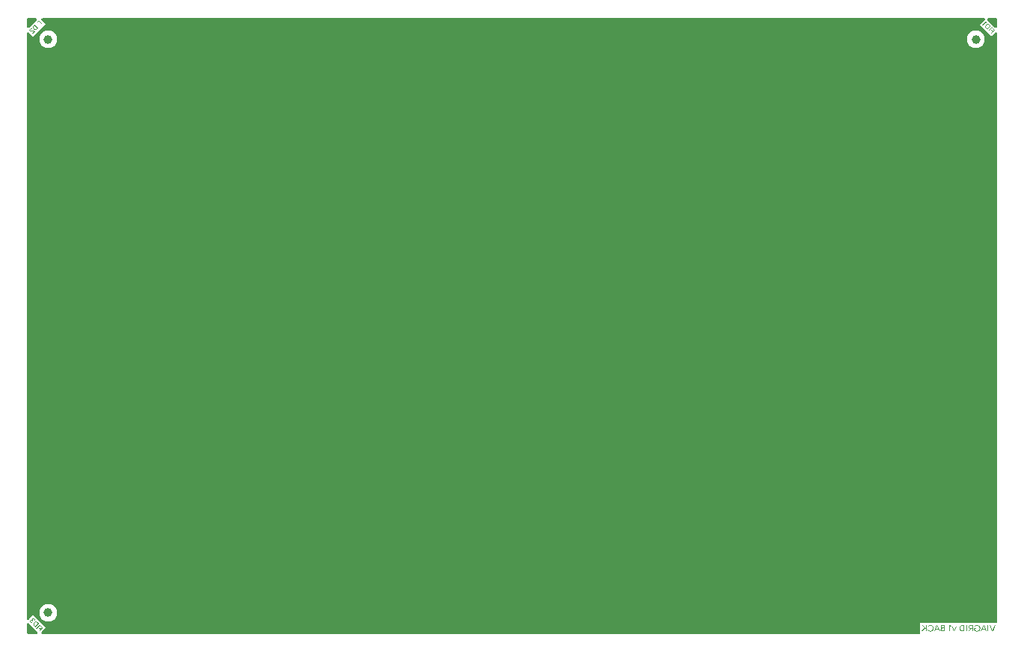
<source format=gbr>
%TF.GenerationSoftware,KiCad,Pcbnew,9.0.1*%
%TF.CreationDate,2025-08-14T13:28:43-04:00*%
%TF.ProjectId,viagrid,76696167-7269-4642-9e6b-696361645f70,rev?*%
%TF.SameCoordinates,Original*%
%TF.FileFunction,Copper,L2,Bot*%
%TF.FilePolarity,Positive*%
%FSLAX46Y46*%
G04 Gerber Fmt 4.6, Leading zero omitted, Abs format (unit mm)*
G04 Created by KiCad (PCBNEW 9.0.1) date 2025-08-14 13:28:43*
%MOMM*%
%LPD*%
G01*
G04 APERTURE LIST*
%ADD10C,0.150000*%
%ADD11C,0.125000*%
%TA.AperFunction,SMDPad,CuDef*%
%ADD12C,1.000000*%
%TD*%
%TA.AperFunction,ViaPad*%
%ADD13C,0.600000*%
%TD*%
G04 APERTURE END LIST*
D10*
G36*
X1519252Y374997D02*
G01*
X1935041Y790786D01*
X1683210Y1042617D01*
X1629740Y989148D01*
X1823360Y795527D01*
X1692691Y664858D01*
X1524018Y833531D01*
X1470548Y780061D01*
X1639222Y611388D01*
X1461041Y433208D01*
X1519252Y374997D01*
G37*
G36*
X1195117Y699131D02*
G01*
X1610906Y1114921D01*
X1552696Y1173131D01*
X1136907Y757342D01*
X1195117Y699131D01*
G37*
G36*
X1187009Y1485919D02*
G01*
X1233148Y1468789D01*
X1276945Y1442755D01*
X1318896Y1406932D01*
X1447181Y1278646D01*
X1031392Y862857D01*
X903106Y991142D01*
X867329Y1033109D01*
X841388Y1076997D01*
X824404Y1123314D01*
X815989Y1171914D01*
X816196Y1192483D01*
X899531Y1192483D01*
X902301Y1152267D01*
X912899Y1113781D01*
X931232Y1078159D01*
X957742Y1045778D01*
X1027817Y975702D01*
X1334310Y1282195D01*
X1264234Y1352270D01*
X1231853Y1378780D01*
X1196231Y1397113D01*
X1157763Y1407723D01*
X1117529Y1410481D01*
X1077231Y1405389D01*
X1037636Y1392347D01*
X1000724Y1371860D01*
X966653Y1343384D01*
X938174Y1309311D01*
X917665Y1272376D01*
X904623Y1232781D01*
X899531Y1192483D01*
X816196Y1192483D01*
X816475Y1220260D01*
X825907Y1269112D01*
X843784Y1315623D01*
X870603Y1360016D01*
X907277Y1402761D01*
X950414Y1439807D01*
X994997Y1466798D01*
X1041496Y1484701D01*
X1090356Y1494116D01*
X1138603Y1494502D01*
X1187009Y1485919D01*
G37*
G36*
X505244Y1374756D02*
G01*
X538809Y1346115D01*
X572962Y1326053D01*
X608859Y1313158D01*
X643037Y1308256D01*
X676593Y1309944D01*
X706585Y1317142D01*
X679254Y1390792D01*
X645706Y1386932D01*
X626217Y1387683D01*
X604438Y1393176D01*
X583263Y1403932D01*
X560475Y1422890D01*
X538948Y1449540D01*
X526583Y1476307D01*
X522161Y1503949D01*
X525262Y1531732D01*
X535648Y1556886D01*
X553921Y1580268D01*
X571255Y1594540D01*
X589262Y1603768D01*
X608298Y1608479D01*
X628012Y1608872D01*
X649223Y1604907D01*
X672441Y1595993D01*
X705711Y1575730D01*
X742801Y1543455D01*
X757671Y1528585D01*
X801633Y1572548D01*
X787955Y1586226D01*
X749843Y1620043D01*
X711636Y1645913D01*
X671428Y1665131D01*
X632027Y1676197D01*
X592538Y1679234D01*
X555735Y1673529D01*
X532659Y1664804D01*
X510754Y1651684D01*
X489778Y1633737D01*
X467980Y1607613D01*
X452938Y1580031D01*
X444054Y1550554D01*
X440921Y1519804D01*
X443354Y1489176D01*
X451489Y1458199D01*
X464538Y1428809D01*
X482330Y1401069D01*
X505244Y1374756D01*
G37*
G36*
X764795Y1535710D02*
G01*
X806970Y1577884D01*
X792100Y1592754D01*
X762037Y1627102D01*
X742984Y1657719D01*
X732724Y1685394D01*
X730189Y1713709D01*
X736680Y1737933D01*
X752334Y1759666D01*
X771101Y1773790D01*
X792722Y1781608D01*
X816032Y1783265D01*
X840829Y1778629D01*
X864578Y1767598D01*
X888340Y1748371D01*
X901270Y1733207D01*
X911500Y1716299D01*
X918845Y1697971D01*
X923080Y1678555D01*
X923766Y1658470D01*
X920412Y1636717D01*
X991083Y1609982D01*
X999259Y1642503D01*
X999994Y1675886D01*
X993848Y1709193D01*
X981005Y1742438D01*
X962304Y1773552D01*
X937639Y1802436D01*
X911363Y1825375D01*
X884511Y1842598D01*
X856864Y1854663D01*
X827708Y1862100D01*
X799442Y1864308D01*
X771634Y1861502D01*
X744964Y1853598D01*
X720651Y1840560D01*
X698269Y1822021D01*
X682291Y1803092D01*
X670942Y1783182D01*
X663814Y1762023D01*
X660170Y1728349D01*
X664695Y1692233D01*
X676476Y1656316D01*
X695575Y1619178D01*
X720356Y1583811D01*
X751713Y1548792D01*
X764795Y1535710D01*
G37*
G36*
X1875001Y69269250D02*
G01*
X1459212Y69685039D01*
X1207381Y69433208D01*
X1260850Y69379738D01*
X1454471Y69573358D01*
X1585140Y69442689D01*
X1416467Y69274016D01*
X1469937Y69220546D01*
X1638610Y69389220D01*
X1816790Y69211039D01*
X1875001Y69269250D01*
G37*
G36*
X1550867Y68945115D02*
G01*
X1135077Y69360904D01*
X1076867Y69302694D01*
X1492656Y68886905D01*
X1550867Y68945115D01*
G37*
G36*
X1387141Y68781390D02*
G01*
X1258856Y68653104D01*
X1216889Y68617327D01*
X1173001Y68591386D01*
X1126684Y68574402D01*
X1078084Y68565987D01*
X1029738Y68566473D01*
X980886Y68575905D01*
X934375Y68593782D01*
X889982Y68620601D01*
X847237Y68657275D01*
X810191Y68700412D01*
X783200Y68744995D01*
X765297Y68791494D01*
X755882Y68840354D01*
X755665Y68867527D01*
X839517Y68867527D01*
X844609Y68827229D01*
X857651Y68787634D01*
X878138Y68750722D01*
X906614Y68716651D01*
X940687Y68688172D01*
X977622Y68667663D01*
X1017217Y68654621D01*
X1057515Y68649529D01*
X1097731Y68652299D01*
X1136217Y68662897D01*
X1171839Y68681230D01*
X1204220Y68707740D01*
X1274296Y68777815D01*
X967803Y69084308D01*
X897728Y69014232D01*
X871218Y68981851D01*
X852885Y68946229D01*
X842275Y68907761D01*
X839517Y68867527D01*
X755665Y68867527D01*
X755496Y68888601D01*
X764079Y68937007D01*
X781209Y68983146D01*
X807243Y69026943D01*
X843066Y69068894D01*
X971352Y69197179D01*
X1387141Y68781390D01*
G37*
G36*
X996403Y68390652D02*
G01*
X949488Y68437568D01*
X929025Y68453903D01*
X902572Y68467282D01*
X872858Y68476406D01*
X838118Y68481841D01*
X801787Y68482814D01*
X762991Y68479147D01*
X623411Y68458370D01*
X598924Y68455690D01*
X574086Y68455987D01*
X549763Y68459314D01*
X527792Y68465494D01*
X507912Y68475015D01*
X492120Y68487488D01*
X476273Y68508128D01*
X466913Y68531710D01*
X464213Y68557047D01*
X468675Y68583366D01*
X480229Y68608524D01*
X500435Y68633571D01*
X524290Y68652925D01*
X548594Y68664477D01*
X574251Y68669990D01*
X599655Y68669840D01*
X624221Y68664709D01*
X645949Y68655565D01*
X694678Y68726832D01*
X658965Y68743494D01*
X618048Y68752376D01*
X589711Y68753343D01*
X560812Y68749952D01*
X531030Y68741987D01*
X502808Y68729701D01*
X475655Y68712348D01*
X449349Y68689424D01*
X423068Y68659385D01*
X403960Y68629583D01*
X391165Y68599738D01*
X383665Y68568249D01*
X382056Y68537826D01*
X386113Y68507954D01*
X395691Y68479420D01*
X410857Y68452721D01*
X432122Y68427490D01*
X456634Y68407152D01*
X483896Y68392281D01*
X514399Y68382621D01*
X546412Y68377833D01*
X582914Y68376773D01*
X624576Y68379953D01*
X754650Y68398372D01*
X792290Y68401133D01*
X823870Y68398683D01*
X852823Y68390476D01*
X877599Y68376404D01*
X675067Y68173872D01*
X727345Y68121594D01*
X996403Y68390652D01*
G37*
G36*
X109269251Y68124997D02*
G01*
X109685040Y68540786D01*
X109433209Y68792617D01*
X109379739Y68739148D01*
X109573359Y68545527D01*
X109442690Y68414858D01*
X109274017Y68583531D01*
X109220547Y68530061D01*
X109389221Y68361388D01*
X109211040Y68183208D01*
X109269251Y68124997D01*
G37*
G36*
X108945116Y68449131D02*
G01*
X109360905Y68864921D01*
X109302695Y68923131D01*
X108886906Y68507342D01*
X108945116Y68449131D01*
G37*
G36*
X108937008Y69235919D02*
G01*
X108983147Y69218789D01*
X109026944Y69192755D01*
X109068895Y69156932D01*
X109197180Y69028646D01*
X108781391Y68612857D01*
X108653105Y68741142D01*
X108617328Y68783109D01*
X108591387Y68826997D01*
X108574403Y68873314D01*
X108565988Y68921914D01*
X108566195Y68942483D01*
X108649530Y68942483D01*
X108652300Y68902267D01*
X108662898Y68863781D01*
X108681231Y68828159D01*
X108707741Y68795778D01*
X108777816Y68725702D01*
X109084309Y69032195D01*
X109014233Y69102270D01*
X108981852Y69128780D01*
X108946230Y69147113D01*
X108907762Y69157723D01*
X108867528Y69160481D01*
X108827230Y69155389D01*
X108787635Y69142347D01*
X108750723Y69121860D01*
X108716652Y69093384D01*
X108688173Y69059311D01*
X108667664Y69022376D01*
X108654622Y68982781D01*
X108649530Y68942483D01*
X108566195Y68942483D01*
X108566474Y68970260D01*
X108575906Y69019112D01*
X108593783Y69065623D01*
X108620602Y69110016D01*
X108657276Y69152761D01*
X108700413Y69189807D01*
X108744996Y69216798D01*
X108791495Y69234701D01*
X108840355Y69244116D01*
X108888602Y69244502D01*
X108937008Y69235919D01*
G37*
G36*
X108298584Y69095664D02*
G01*
X108682871Y69479952D01*
X108709036Y69516790D01*
X108657354Y69568472D01*
X108241565Y69152683D01*
X108298584Y69095664D01*
G37*
G36*
X108692975Y69305916D02*
G01*
X108745848Y69358790D01*
X108734059Y69373709D01*
X108723595Y69397675D01*
X108716348Y69424975D01*
X108711394Y69456196D01*
X108709155Y69487917D01*
X108709632Y69517386D01*
X108634168Y69514407D01*
X108634491Y69473167D01*
X108637743Y69433632D01*
X108644611Y69395499D01*
X108655256Y69361458D01*
X108671187Y69330914D01*
X108692975Y69305916D01*
G37*
D11*
G36*
X109427324Y377499D02*
G01*
X109125806Y1115448D01*
X109029178Y1115448D01*
X109334909Y377499D01*
X109427324Y377499D01*
G37*
G36*
X109435567Y377499D02*
G01*
X109741298Y1115448D01*
X109644624Y1115448D01*
X109344205Y377499D01*
X109435567Y377499D01*
G37*
G36*
X108924764Y377499D02*
G01*
X108924764Y1115448D01*
X108832578Y1115448D01*
X108832578Y377499D01*
X108924764Y377499D01*
G37*
G36*
X108130761Y377499D02*
G01*
X108426921Y1115448D01*
X108334551Y1115448D01*
X108034087Y377499D01*
X108130761Y377499D01*
G37*
G36*
X108729400Y377499D02*
G01*
X108428936Y1115448D01*
X108335467Y1115448D01*
X108631673Y377499D01*
X108729400Y377499D01*
G37*
G36*
X108586885Y586464D02*
G01*
X108586885Y669170D01*
X108175503Y669170D01*
X108175503Y586464D01*
X108586885Y586464D01*
G37*
G36*
X107621789Y364905D02*
G01*
X107677960Y368138D01*
X107729488Y377541D01*
X107776979Y392823D01*
X107820954Y413906D01*
X107874576Y450836D01*
X107919491Y495595D01*
X107956417Y548865D01*
X107977548Y592600D01*
X107992825Y639593D01*
X108002201Y690341D01*
X108005419Y745420D01*
X108002179Y801606D01*
X107992767Y853038D01*
X107977484Y900337D01*
X107956417Y944035D01*
X107919491Y997305D01*
X107874576Y1042065D01*
X107820954Y1078994D01*
X107776977Y1100098D01*
X107729486Y1115394D01*
X107677958Y1124805D01*
X107621789Y1128042D01*
X107563566Y1123167D01*
X107506888Y1108533D01*
X107453158Y1085361D01*
X107404581Y1055272D01*
X107362118Y1018488D01*
X107328881Y977054D01*
X107401696Y927091D01*
X107426530Y959437D01*
X107458849Y988365D01*
X107496004Y1011950D01*
X107536656Y1029581D01*
X107579294Y1040610D01*
X107621789Y1044236D01*
X107677173Y1039829D01*
X107726993Y1027044D01*
X107772228Y1006134D01*
X107813008Y977501D01*
X107847309Y942702D01*
X107875634Y901170D01*
X107896151Y855239D01*
X107908827Y803694D01*
X107913232Y745420D01*
X107908948Y689231D01*
X107896509Y638493D01*
X107876184Y592280D01*
X107848116Y550446D01*
X107813826Y515295D01*
X107772777Y486263D01*
X107727160Y465023D01*
X107677152Y452067D01*
X107621789Y447611D01*
X107575166Y451075D01*
X107533487Y461080D01*
X107495943Y477333D01*
X107461868Y499859D01*
X107433349Y527207D01*
X107409894Y559765D01*
X107392770Y596076D01*
X107382228Y636757D01*
X107378569Y682726D01*
X107290596Y689229D01*
X107295573Y624631D01*
X107309829Y568133D01*
X107332820Y518366D01*
X107364565Y473718D01*
X107403366Y436271D01*
X107449919Y405480D01*
X107501239Y383287D01*
X107558163Y369630D01*
X107621789Y364905D01*
G37*
G36*
X107559187Y675719D02*
G01*
X107559187Y755266D01*
X107290596Y755266D01*
X107290596Y683275D01*
X107333919Y675719D01*
X107559187Y675719D01*
G37*
G36*
X107158155Y377499D02*
G01*
X107065969Y377499D01*
X107065969Y666239D01*
X106928811Y666239D01*
X106912465Y667387D01*
X106742744Y377499D01*
X106641719Y377499D01*
X106822245Y685513D01*
X106797928Y695274D01*
X106761487Y717351D01*
X106731070Y743863D01*
X106706062Y775050D01*
X106687394Y810196D01*
X106676094Y848686D01*
X106672219Y891370D01*
X106764405Y891370D01*
X106769321Y852651D01*
X106783640Y819151D01*
X106805908Y790758D01*
X106834015Y769279D01*
X106866883Y755745D01*
X106904677Y751098D01*
X107065969Y751098D01*
X107065969Y1031642D01*
X106919378Y1031642D01*
X106875045Y1027013D01*
X106838308Y1013908D01*
X106807545Y992670D01*
X106783688Y964292D01*
X106769381Y931033D01*
X106764405Y891370D01*
X106672219Y891370D01*
X106675814Y934136D01*
X106686260Y972613D01*
X106703406Y1007599D01*
X106726766Y1038817D01*
X106755452Y1065137D01*
X106790051Y1086871D01*
X106827980Y1102478D01*
X106870125Y1112110D01*
X106917271Y1115448D01*
X107158155Y1115448D01*
X107158155Y377499D01*
G37*
G36*
X106500898Y377499D02*
G01*
X106500898Y1115448D01*
X106408712Y1115448D01*
X106408712Y377499D01*
X106500898Y377499D01*
G37*
G36*
X106216599Y377499D02*
G01*
X105991468Y377499D01*
X105923210Y383009D01*
X105862323Y398946D01*
X105807508Y424943D01*
X105758275Y460535D01*
X105716803Y503863D01*
X105682532Y555689D01*
X105657717Y612790D01*
X105642466Y675984D01*
X105637194Y746473D01*
X105729381Y746473D01*
X105734539Y689300D01*
X105749760Y636197D01*
X105774176Y587296D01*
X105806180Y544790D01*
X105845111Y509526D01*
X105889161Y483698D01*
X105937799Y467749D01*
X105991468Y462312D01*
X106124413Y462312D01*
X106124413Y1030589D01*
X105991468Y1030589D01*
X105937799Y1025151D01*
X105889161Y1009202D01*
X105845111Y983375D01*
X105806180Y948111D01*
X105774181Y905635D01*
X105749760Y856703D01*
X105734540Y803640D01*
X105729381Y746473D01*
X105637194Y746473D01*
X105642482Y817638D01*
X105657749Y881152D01*
X105682532Y938265D01*
X105716827Y990084D01*
X105758298Y1033236D01*
X105807508Y1068507D01*
X105862294Y1094217D01*
X105923183Y1109992D01*
X105991468Y1115448D01*
X106216599Y1115448D01*
X106216599Y377499D01*
G37*
G36*
X105100425Y377499D02*
G01*
X104885048Y905429D01*
X104793640Y905429D01*
X105014329Y377499D01*
X105100425Y377499D01*
G37*
G36*
X105104455Y377499D02*
G01*
X105325143Y905429D01*
X105234789Y905429D01*
X105019367Y377499D01*
X105104455Y377499D01*
G37*
G36*
X104560129Y377499D02*
G01*
X104560129Y1066813D01*
X104552527Y1115448D01*
X104470049Y1115448D01*
X104470049Y377499D01*
X104560129Y377499D01*
G37*
G36*
X104724947Y923564D02*
G01*
X104724947Y1007370D01*
X104701346Y1010063D01*
X104671550Y1021842D01*
X104641539Y1039367D01*
X104608901Y1062600D01*
X104577991Y1088797D01*
X104551290Y1116180D01*
X104494687Y1054128D01*
X104531251Y1018018D01*
X104568235Y986762D01*
X104607003Y959957D01*
X104645263Y939868D01*
X104684998Y927038D01*
X104724947Y923564D01*
G37*
G36*
X103998630Y377499D02*
G01*
X103734665Y377499D01*
X103686588Y380365D01*
X103645229Y388471D01*
X103609597Y401266D01*
X103576878Y419816D01*
X103550135Y442664D01*
X103528676Y470051D01*
X103513169Y501232D01*
X103503500Y537360D01*
X103500100Y579503D01*
X103500379Y582662D01*
X103592286Y582662D01*
X103596852Y546435D01*
X103609813Y517055D01*
X103631212Y492903D01*
X103658901Y475465D01*
X103694092Y464306D01*
X103738832Y460251D01*
X103907497Y460251D01*
X103907497Y713500D01*
X103761959Y713500D01*
X103709385Y709112D01*
X103668548Y697142D01*
X103636937Y678696D01*
X103612250Y652730D01*
X103597465Y621302D01*
X103592286Y582662D01*
X103500379Y582662D01*
X103503627Y619480D01*
X103513769Y654427D01*
X103530279Y685290D01*
X103552581Y712524D01*
X103579900Y735681D01*
X103612848Y754945D01*
X103586682Y772912D01*
X103564679Y794406D01*
X103546491Y819700D01*
X103533155Y847810D01*
X103524964Y879164D01*
X103522127Y914451D01*
X103614314Y914451D01*
X103618429Y877842D01*
X103629944Y848653D01*
X103648523Y825196D01*
X103673143Y807910D01*
X103704059Y797018D01*
X103743045Y793093D01*
X103907497Y793093D01*
X103907497Y1036908D01*
X103767179Y1036908D01*
X103719465Y1032906D01*
X103682621Y1022014D01*
X103654293Y1005264D01*
X103632413Y981612D01*
X103619063Y951969D01*
X103614314Y914451D01*
X103522127Y914451D01*
X103525649Y956589D01*
X103535677Y992725D01*
X103551803Y1023948D01*
X103573975Y1051259D01*
X103601571Y1073931D01*
X103635334Y1092184D01*
X103671963Y1104665D01*
X103714866Y1112621D01*
X103765119Y1115448D01*
X103998630Y1115448D01*
X103998630Y377499D01*
G37*
G36*
X102847788Y377499D02*
G01*
X103143948Y1115448D01*
X103051578Y1115448D01*
X102751114Y377499D01*
X102847788Y377499D01*
G37*
G36*
X103446427Y377499D02*
G01*
X103145963Y1115448D01*
X103052494Y1115448D01*
X103348700Y377499D01*
X103446427Y377499D01*
G37*
G36*
X103303912Y586464D02*
G01*
X103303912Y669170D01*
X102892530Y669170D01*
X102892530Y586464D01*
X103303912Y586464D01*
G37*
G36*
X102358967Y364905D02*
G01*
X102411366Y368118D01*
X102459558Y377480D01*
X102504131Y392747D01*
X102545584Y413906D01*
X102595745Y450611D01*
X102638093Y495329D01*
X102673170Y548865D01*
X102698502Y607743D01*
X102714109Y673187D01*
X102719515Y746473D01*
X102714165Y819754D01*
X102698723Y885186D01*
X102673674Y944035D01*
X102638951Y997591D01*
X102596966Y1042304D01*
X102547186Y1078994D01*
X102505967Y1100194D01*
X102461726Y1115473D01*
X102413972Y1124832D01*
X102362127Y1128042D01*
X102318273Y1125388D01*
X102275851Y1117489D01*
X102234540Y1104319D01*
X102176467Y1075788D01*
X102124906Y1037870D01*
X102094802Y1007643D01*
X102069721Y974438D01*
X102049389Y937990D01*
X102128661Y897782D01*
X102153990Y939854D01*
X102186684Y975313D01*
X102225357Y1004185D01*
X102268154Y1025963D01*
X102314013Y1039653D01*
X102362127Y1044236D01*
X102411819Y1039889D01*
X102457103Y1027173D01*
X102498872Y1006134D01*
X102536099Y977726D01*
X102567487Y942973D01*
X102593394Y901170D01*
X102611879Y855458D01*
X102623341Y804226D01*
X102627329Y746473D01*
X102623299Y688742D01*
X102611671Y637126D01*
X102592844Y590677D01*
X102566556Y548248D01*
X102534828Y513160D01*
X102497315Y484660D01*
X102455210Y463645D01*
X102409398Y450917D01*
X102358967Y446558D01*
X102310077Y451673D01*
X102263987Y466937D01*
X102221451Y491009D01*
X102183112Y522808D01*
X102150782Y561153D01*
X102125501Y605652D01*
X102045176Y565489D01*
X102066083Y527497D01*
X102091356Y492699D01*
X102121196Y460846D01*
X102154671Y432857D01*
X102191123Y409352D01*
X102230831Y390184D01*
X102272563Y376119D01*
X102315161Y367718D01*
X102358967Y364905D01*
G37*
G36*
X101850316Y628412D02*
G01*
X101888326Y712126D01*
X101500850Y1115448D01*
X101385491Y1115448D01*
X101850316Y628412D01*
G37*
G36*
X101913285Y377499D02*
G01*
X101913285Y1115448D01*
X101825311Y1115448D01*
X101825311Y377499D01*
X101913285Y377499D01*
G37*
G36*
X101484089Y377499D02*
G01*
X101786706Y752884D01*
X101726851Y811594D01*
X101372165Y377499D01*
X101484089Y377499D01*
G37*
D12*
%TO.P,REF\u002A\u002A,*%
%TO.N,*%
X107500000Y67500000D03*
%TD*%
%TO.P,REF\u002A\u002A,*%
%TO.N,*%
X2500000Y67500000D03*
%TD*%
%TO.P,REF\u002A\u002A,*%
%TO.N,*%
X2500000Y2499999D03*
%TD*%
D13*
%TO.N,GND*%
X54250000Y4250000D03*
X35750000Y64250000D03*
X45750000Y44250000D03*
X104250000Y45750000D03*
X25750000Y65750000D03*
X25000000Y65000000D03*
X104250000Y64250001D03*
X40750000Y64250000D03*
X49250000Y5750000D03*
X25750000Y5750000D03*
X35750000Y5750000D03*
X44250000Y5750000D03*
X104250000Y44250000D03*
X10750000Y65750000D03*
X65750000Y5750000D03*
X65750000Y64250000D03*
X105750000Y25750000D03*
X104249999Y29250000D03*
X64250000Y64250000D03*
X80750000Y64250000D03*
X105000000Y65000000D03*
X39250000Y65750000D03*
X40000000Y65000000D03*
X65750000Y65750000D03*
X99250000Y65750000D03*
X104250000Y60750000D03*
X9250000Y5750000D03*
X90750000Y5750000D03*
X35000000Y65000000D03*
X24250000Y65750000D03*
X4250000Y65750000D03*
X24250000Y45750000D03*
X105000000Y20000000D03*
X89250000Y5750000D03*
X50750000Y4250000D03*
X55750000Y65750000D03*
X75750000Y5750000D03*
X5750000Y4250000D03*
X84250000Y25750000D03*
X50750000Y65750000D03*
X10000000Y5000000D03*
X20000000Y5000000D03*
X45750000Y65750000D03*
X84250000Y5750000D03*
X55000000Y5000000D03*
X30750000Y64250000D03*
X99250000Y64250000D03*
X19250000Y64250000D03*
X4250000Y4250000D03*
X64250000Y25750000D03*
X5750000Y64250000D03*
X35750000Y4250000D03*
X5750000Y65750000D03*
X95750000Y65750000D03*
X104250000Y59250001D03*
X89250000Y65750000D03*
X64250000Y24250000D03*
X104250000Y49250000D03*
X24250000Y64250000D03*
X45000000Y25000000D03*
X59250000Y4250000D03*
X79250000Y64250000D03*
X45000000Y45000000D03*
X10750000Y5750000D03*
X105750001Y40750000D03*
X100000000Y5000000D03*
X104250000Y10750000D03*
X80000000Y5000000D03*
X74250000Y64250000D03*
X75750000Y4250000D03*
X45750000Y45750000D03*
X104250000Y54250000D03*
X65750000Y4250000D03*
X104249999Y34250000D03*
X39250000Y5750000D03*
X29250000Y5750000D03*
X50000000Y5000000D03*
X105750000Y14250000D03*
X60000000Y5000000D03*
X90750000Y4250000D03*
X105000000Y45000000D03*
X25750000Y25750000D03*
X14250000Y64250000D03*
X39250000Y64250000D03*
X84250000Y64250000D03*
X14250000Y5750000D03*
X75750000Y65750000D03*
X65000000Y5000000D03*
X39250000Y4250000D03*
X70750000Y4250000D03*
X90000000Y5000000D03*
X54250000Y65750000D03*
X35750000Y65750000D03*
X64250000Y5750000D03*
X100750000Y64250000D03*
X95750000Y64250000D03*
X69250000Y5750000D03*
X105000000Y50000000D03*
X34250000Y4250000D03*
X40000000Y5000000D03*
X24250000Y4250000D03*
X5750000Y44250000D03*
X64250000Y45750000D03*
X100000000Y65000000D03*
X105750000Y24250001D03*
X15750000Y64250000D03*
X50750000Y5750000D03*
X100750000Y65750000D03*
X85000000Y45000000D03*
X25750000Y4250000D03*
X50000000Y65000000D03*
X5750000Y5750000D03*
X4250000Y5750000D03*
X100750000Y4250000D03*
X85000000Y65000000D03*
X85750000Y64250000D03*
X55750000Y5750000D03*
X59250000Y64250000D03*
X54250000Y5750000D03*
X85750000Y5750000D03*
X4250000Y45750000D03*
X79250000Y4250000D03*
X24250000Y44250000D03*
X55750000Y64250000D03*
X15750000Y5750000D03*
X30000000Y65000000D03*
X45750000Y64250000D03*
X105750000Y55750000D03*
X10750000Y4250000D03*
X105000000Y30000001D03*
X25750000Y45750000D03*
X84250000Y65750000D03*
X49250000Y64250000D03*
X45750000Y25750000D03*
X90750000Y65750000D03*
X30750000Y5750000D03*
X65750000Y44250000D03*
X9250000Y64250000D03*
X105750001Y29250000D03*
X79250000Y65750000D03*
X25750000Y24250000D03*
X60750000Y64250000D03*
X105750000Y39250000D03*
X20750000Y4250000D03*
X49250000Y65750000D03*
X5750000Y25750000D03*
X104250000Y15750000D03*
X60750000Y4250000D03*
X104250000Y50750000D03*
X24250000Y5750000D03*
X104250000Y35750001D03*
X4250000Y44250000D03*
X5000000Y45000000D03*
X99250000Y5750000D03*
X4250000Y25750000D03*
X5000000Y65000000D03*
X105000000Y5000000D03*
X85750000Y4250000D03*
X34250000Y5750000D03*
X70750000Y65750000D03*
X80750000Y65750000D03*
X85750000Y25750000D03*
X104250000Y14250000D03*
X105750000Y10750000D03*
X89250000Y4250000D03*
X44250000Y45750000D03*
X44250000Y24250000D03*
X105750000Y35750001D03*
X105750000Y30750000D03*
X105000000Y10000000D03*
X104250000Y25750000D03*
X25000000Y5000000D03*
X65000000Y65000000D03*
X65750000Y45750000D03*
X104250000Y55750000D03*
X99250000Y4250000D03*
X25000000Y45000000D03*
X44250000Y65750000D03*
X24250000Y25750000D03*
X105750001Y34250000D03*
X34250000Y65750000D03*
X105750000Y50750000D03*
X90000000Y65000000D03*
X70000000Y65000000D03*
X54250000Y64250000D03*
X104249999Y40750000D03*
X95000000Y5000000D03*
X5750000Y45750000D03*
X85750000Y65750000D03*
X64250000Y65750000D03*
X104250000Y4250000D03*
X59250000Y5750000D03*
X75000000Y65000000D03*
X45000000Y5000000D03*
X34250000Y64250000D03*
X84250000Y45750000D03*
X104250000Y9250000D03*
X80000000Y65000000D03*
X60750000Y65750000D03*
X104250000Y5750000D03*
X49250000Y4250000D03*
X5000000Y5000000D03*
X5000000Y25000000D03*
X5750000Y24250000D03*
X29250000Y64250000D03*
X45000000Y65000000D03*
X105750000Y15750000D03*
X104250000Y30750000D03*
X65000000Y25000000D03*
X94250000Y5750000D03*
X19250000Y65750000D03*
X105750000Y44250000D03*
X105000000Y55000000D03*
X65750000Y25750000D03*
X94250000Y4250000D03*
X105750000Y9250000D03*
X60750000Y5750000D03*
X80750000Y5750000D03*
X44250000Y4250000D03*
X65000000Y45000000D03*
X74250000Y5750000D03*
X9250000Y4250000D03*
X69250000Y64250000D03*
X75750000Y64250000D03*
X104250000Y19250000D03*
X105000000Y60000000D03*
X105750000Y60750000D03*
X35000000Y5000000D03*
X105750000Y5750000D03*
X100750000Y5750000D03*
X19250000Y5750000D03*
X94250000Y65750000D03*
X24250000Y24250000D03*
X44250000Y25750000D03*
X105000000Y15000000D03*
X44250000Y44250000D03*
X95750000Y4250000D03*
X10000000Y65000000D03*
X90750000Y64250000D03*
X105750000Y59250001D03*
X104250000Y24250001D03*
X84250000Y4250000D03*
X45750000Y4250000D03*
X80750000Y4250000D03*
X95000000Y65000000D03*
X104250000Y20750000D03*
X74250000Y4250000D03*
X70000000Y5000000D03*
X55000000Y65000000D03*
X60000000Y65000000D03*
X84250000Y44250000D03*
X59250000Y65750000D03*
X65750000Y24250000D03*
X105750000Y45750000D03*
X20000000Y65000000D03*
X74250000Y65750000D03*
X15750000Y65750000D03*
X85750000Y45750000D03*
X40750000Y4250000D03*
X10750000Y64250000D03*
X75000000Y5000000D03*
X104250000Y39250000D03*
X45750000Y5750000D03*
X64250000Y44250000D03*
X29250000Y4250000D03*
X50750000Y64250000D03*
X29250000Y65750000D03*
X85750000Y24250000D03*
X25750000Y64250000D03*
X14250000Y4250000D03*
X30750000Y65750000D03*
X25750000Y44250000D03*
X20750000Y5750000D03*
X25000000Y25000000D03*
X9250000Y65750000D03*
X85750000Y44250000D03*
X105750000Y64250001D03*
X105000000Y35000001D03*
X4250000Y64250000D03*
X64250000Y4250000D03*
X94250000Y64250000D03*
X4250000Y24250000D03*
X55750000Y4250000D03*
X104250000Y65750000D03*
X105750000Y20750000D03*
X45750000Y24250000D03*
X105750000Y49250000D03*
X69250000Y65750000D03*
X70750000Y5750000D03*
X30750000Y4250000D03*
X105750000Y65750000D03*
X20750000Y64250000D03*
X85000000Y25000000D03*
X40750000Y65750000D03*
X105750000Y4250000D03*
X15750000Y4250000D03*
X79250000Y5750000D03*
X84250000Y24250000D03*
X105000000Y25000000D03*
X95750000Y5750000D03*
X105750000Y54250000D03*
X85000000Y5000000D03*
X89250000Y64250000D03*
X14250000Y65750000D03*
X40750000Y5750000D03*
X19250000Y4250000D03*
X15000000Y65000000D03*
X20750000Y65750000D03*
X44250000Y64250000D03*
X15000000Y5000000D03*
X105000000Y39999999D03*
X70750000Y64250000D03*
X69250000Y4250000D03*
X105750000Y19250000D03*
X30000000Y5000000D03*
%TD*%
%TA.AperFunction,Conductor*%
%TO.N,GND*%
G36*
X305703Y1283246D02*
G01*
X312181Y1277214D01*
X1277214Y312181D01*
X1310699Y250858D01*
X1305715Y181166D01*
X1263843Y125233D01*
X1198379Y100816D01*
X1189533Y100500D01*
X224500Y100500D01*
X157461Y120185D01*
X111706Y172989D01*
X100500Y224500D01*
X100500Y1189533D01*
X120185Y1256572D01*
X172989Y1302327D01*
X242147Y1312271D01*
X305703Y1283246D01*
G37*
%TD.AperFunction*%
%TA.AperFunction,Conductor*%
G36*
X108465436Y69879815D02*
G01*
X108511191Y69827011D01*
X108521135Y69757853D01*
X108492110Y69694297D01*
X108486078Y69687819D01*
X107950942Y69152683D01*
X107950942Y69152682D01*
X109269249Y67834375D01*
X109269250Y67834375D01*
X109687819Y68252943D01*
X109749142Y68286428D01*
X109818834Y68281444D01*
X109874767Y68239572D01*
X109899184Y68174108D01*
X109899500Y68165262D01*
X109899500Y1457534D01*
X109879815Y1390495D01*
X109827011Y1344740D01*
X109775500Y1333534D01*
X101166665Y1333534D01*
X101166665Y224500D01*
X101146980Y157461D01*
X101094176Y111706D01*
X101042665Y100500D01*
X1834739Y100500D01*
X1767700Y120185D01*
X1721945Y172989D01*
X1712001Y242147D01*
X1741026Y305703D01*
X1747058Y312181D01*
X2232778Y797901D01*
X798060Y2232619D01*
X312181Y1746740D01*
X250858Y1713255D01*
X181166Y1718239D01*
X125233Y1760111D01*
X100816Y1825575D01*
X100500Y1834421D01*
X100500Y2401455D01*
X1499499Y2401455D01*
X1537947Y2208169D01*
X1537950Y2208159D01*
X1613364Y2026091D01*
X1613371Y2026078D01*
X1722860Y1862217D01*
X1722863Y1862213D01*
X1862214Y1722862D01*
X1862218Y1722859D01*
X2026079Y1613370D01*
X2026092Y1613363D01*
X2208160Y1537949D01*
X2208170Y1537946D01*
X2401457Y1499499D01*
X2401459Y1499499D01*
X2598543Y1499499D01*
X2791829Y1537946D01*
X2791839Y1537949D01*
X2973907Y1613363D01*
X2973920Y1613370D01*
X3137781Y1722859D01*
X3137785Y1722862D01*
X3277136Y1862213D01*
X3277139Y1862217D01*
X3386628Y2026078D01*
X3386635Y2026091D01*
X3462049Y2208159D01*
X3462052Y2208169D01*
X3500500Y2401455D01*
X3500500Y2598542D01*
X3462052Y2791828D01*
X3462051Y2791834D01*
X3386632Y2973913D01*
X3277139Y3137781D01*
X3137782Y3277138D01*
X2973914Y3386631D01*
X2791835Y3462050D01*
X2728582Y3474631D01*
X2598543Y3500499D01*
X2598541Y3500499D01*
X2401459Y3500499D01*
X2401457Y3500499D01*
X2208170Y3462051D01*
X2208165Y3462050D01*
X2208160Y3462048D01*
X2026092Y3386634D01*
X2026079Y3386627D01*
X1862218Y3277138D01*
X1862214Y3277135D01*
X1722863Y3137784D01*
X1722860Y3137780D01*
X1613371Y2973919D01*
X1613364Y2973906D01*
X1537950Y2791838D01*
X1537947Y2791828D01*
X1499500Y2598542D01*
X1499500Y2401455D01*
X1499499Y2401455D01*
X100500Y2401455D01*
X100500Y67401456D01*
X1499499Y67401456D01*
X1537947Y67208170D01*
X1537950Y67208160D01*
X1613364Y67026092D01*
X1613371Y67026079D01*
X1722860Y66862218D01*
X1722863Y66862214D01*
X1862214Y66722863D01*
X1862218Y66722860D01*
X2026079Y66613371D01*
X2026092Y66613364D01*
X2208160Y66537950D01*
X2208170Y66537947D01*
X2401457Y66499500D01*
X2401459Y66499500D01*
X2598543Y66499500D01*
X2791829Y66537947D01*
X2791839Y66537950D01*
X2973907Y66613364D01*
X2973920Y66613371D01*
X3137781Y66722860D01*
X3137785Y66722863D01*
X3277136Y66862214D01*
X3277139Y66862218D01*
X3386628Y67026079D01*
X3386635Y67026092D01*
X3462049Y67208160D01*
X3462052Y67208170D01*
X3500500Y67401456D01*
X106499499Y67401456D01*
X106537947Y67208170D01*
X106537950Y67208160D01*
X106613364Y67026092D01*
X106613371Y67026079D01*
X106722860Y66862218D01*
X106722863Y66862214D01*
X106862214Y66722863D01*
X106862218Y66722860D01*
X107026079Y66613371D01*
X107026092Y66613364D01*
X107208160Y66537950D01*
X107208170Y66537947D01*
X107401457Y66499500D01*
X107401459Y66499500D01*
X107598543Y66499500D01*
X107791829Y66537947D01*
X107791839Y66537950D01*
X107973907Y66613364D01*
X107973920Y66613371D01*
X108137781Y66722860D01*
X108137785Y66722863D01*
X108277136Y66862214D01*
X108277139Y66862218D01*
X108386628Y67026079D01*
X108386635Y67026092D01*
X108462049Y67208160D01*
X108462052Y67208170D01*
X108500500Y67401456D01*
X108500500Y67598543D01*
X108462052Y67791829D01*
X108462051Y67791835D01*
X108386632Y67973914D01*
X108277139Y68137782D01*
X108137782Y68277139D01*
X107973914Y68386632D01*
X107791835Y68462051D01*
X107728582Y68474632D01*
X107598543Y68500500D01*
X107598541Y68500500D01*
X107401459Y68500500D01*
X107401457Y68500500D01*
X107221100Y68464624D01*
X107208165Y68462051D01*
X107208160Y68462049D01*
X107026092Y68386635D01*
X107026079Y68386628D01*
X106862218Y68277139D01*
X106862214Y68277136D01*
X106722863Y68137785D01*
X106722860Y68137781D01*
X106613371Y67973920D01*
X106613364Y67973907D01*
X106537950Y67791839D01*
X106537947Y67791829D01*
X106499500Y67598543D01*
X106499500Y67401456D01*
X106499499Y67401456D01*
X3500500Y67401456D01*
X3500500Y67598543D01*
X3462052Y67791829D01*
X3462051Y67791835D01*
X3386632Y67973914D01*
X3277139Y68137782D01*
X3137782Y68277139D01*
X2973914Y68386632D01*
X2791835Y68462051D01*
X2728582Y68474632D01*
X2598543Y68500500D01*
X2598541Y68500500D01*
X2401459Y68500500D01*
X2401457Y68500500D01*
X2221100Y68464624D01*
X2208165Y68462051D01*
X2208160Y68462049D01*
X2026092Y68386635D01*
X2026079Y68386628D01*
X1862218Y68277139D01*
X1862214Y68277136D01*
X1722863Y68137785D01*
X1722860Y68137781D01*
X1613371Y67973920D01*
X1613364Y67973907D01*
X1537950Y67791839D01*
X1537947Y67791829D01*
X1499500Y67598543D01*
X1499500Y67401456D01*
X1499499Y67401456D01*
X100500Y67401456D01*
X100500Y68158456D01*
X120185Y68225495D01*
X172989Y68271250D01*
X242147Y68281194D01*
X305703Y68252169D01*
X312181Y68246137D01*
X727346Y67830972D01*
X2165624Y69269250D01*
X1747055Y69687819D01*
X1713570Y69749142D01*
X1718554Y69818834D01*
X1760426Y69874767D01*
X1825890Y69899184D01*
X1834736Y69899500D01*
X108398397Y69899500D01*
X108465436Y69879815D01*
G37*
%TD.AperFunction*%
%TA.AperFunction,Conductor*%
G36*
X109842539Y69879815D02*
G01*
X109888294Y69827011D01*
X109899500Y69775500D01*
X109899500Y68917494D01*
X109879815Y68850455D01*
X109827011Y68804700D01*
X109757853Y68794756D01*
X109694297Y68823781D01*
X109687819Y68829813D01*
X108829813Y69687819D01*
X108796328Y69749142D01*
X108801312Y69818834D01*
X108843184Y69874767D01*
X108908648Y69899184D01*
X108917494Y69899500D01*
X109775500Y69899500D01*
X109842539Y69879815D01*
G37*
%TD.AperFunction*%
%TA.AperFunction,Conductor*%
G36*
X1136497Y69879815D02*
G01*
X1182252Y69827011D01*
X1192196Y69757853D01*
X1163171Y69694297D01*
X1157139Y69687819D01*
X312181Y68842861D01*
X250858Y68809376D01*
X181166Y68814360D01*
X125233Y68856232D01*
X100816Y68921696D01*
X100500Y68930542D01*
X100500Y69775500D01*
X120185Y69842539D01*
X172989Y69888294D01*
X224500Y69899500D01*
X1069458Y69899500D01*
X1136497Y69879815D01*
G37*
%TD.AperFunction*%
%TD*%
M02*

</source>
